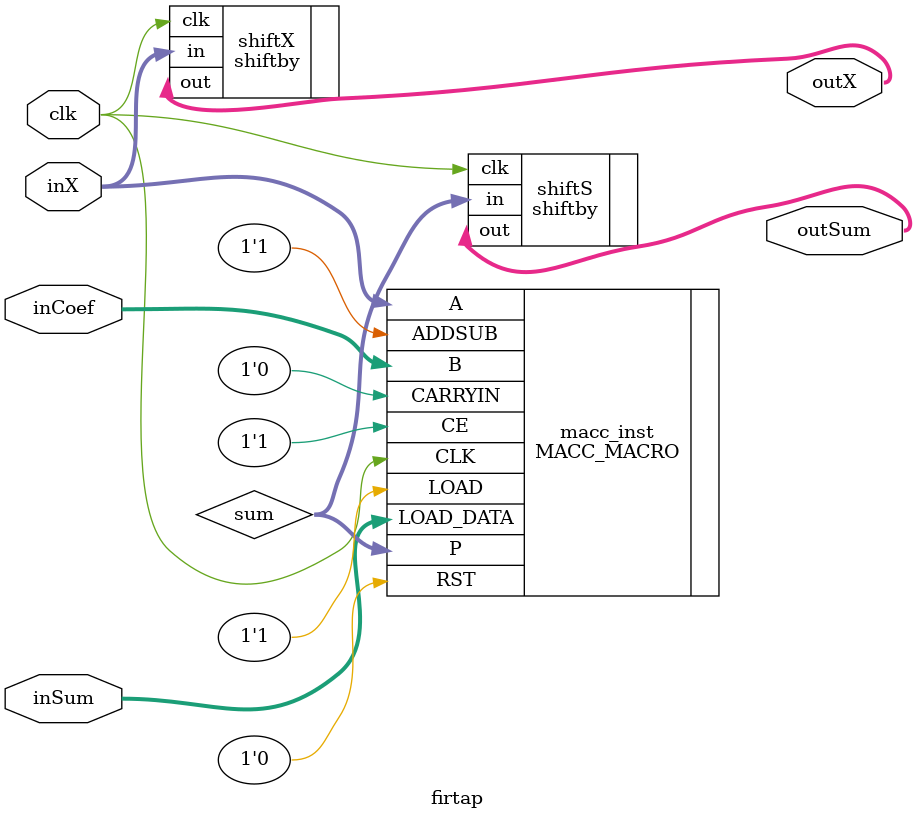
<source format=v>
`timescale 1ns / 1ps

module firtap
    #(parameter XW = 25, COEFW = 18, OUTW = 48, SAMPLE_SHIFT = 1, SUM_SHIFT = 2) //max parameters
    (
    input wire clk,
    input wire [XW-1:0] inX,
    output wire [XW-1:0] outX,
    input wire [COEFW-1:0] inCoef,
    input wire [OUTW-1:0] inSum,
    output wire [OUTW-1:0] outSum
    );
    localparam SUM_LATENCY = 2;

    wire [OUTW-1:0] sum;

    shiftby #(.BY(SAMPLE_SHIFT),.WIDTH(XW)) shiftX (.in(inX), .out(outX), .clk(clk));
    shiftby #(.BY(SUM_SHIFT - SUM_LATENCY),.WIDTH(OUTW)) shiftS (.in(sum), .out(outSum), .clk(clk));
    
    MACC_MACRO #(
    .DEVICE("7SERIES"),
    .LATENCY(3),
    .WIDTH_A(XW),
    .WIDTH_B(COEFW),
    .WIDTH_P(OUTW)
    ) macc_inst (
    .P(sum),
    .A(inX),
    .ADDSUB(1'b1),
    .B(inCoef),
    .CARRYIN(1'b0),
    .CE(1'b1),
    .CLK(clk),
    .LOAD(1'b1),
    .LOAD_DATA(inSum),
    .RST(1'b0)
    );

endmodule

</source>
